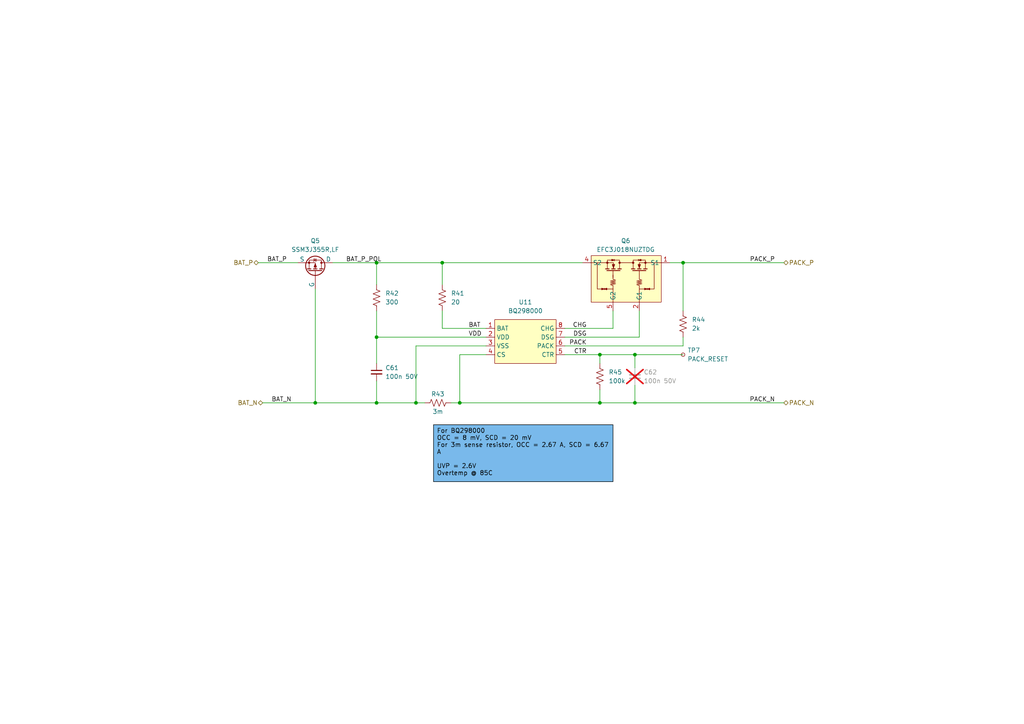
<source format=kicad_sch>
(kicad_sch (version 20250114) (generator "eeschema") (generator_version "9.0")
  (paper "A4")
  (title_block (date "2025-02-17") (rev "A"))
  (lib_symbols
    (symbol "DB:BQ298000RUGT"
      (property "Reference" "U" (at -8.255 7.62 0))
      (property "Value" "BQ298000" (at 1.905 -13.97 0))
      (symbol "BQ298000RUGT_1_1"
        (rectangle (start -8.89 6.35) (end 8.89 -6.35) (fill (type background)))
        (pin passive line (at -11.43 3.81 0) (length 2.54) (name "BAT") (number "1"))
        (pin passive line (at -11.43 1.27 0) (length 2.54) (name "VDD") (number "2"))
        (pin passive line (at -11.43 -1.27 0) (length 2.54) (name "VSS") (number "3"))
        (pin passive line (at -11.43 -3.81 0) (length 2.54) (name "CS") (number "4"))
        (pin passive line (at 11.43 3.81 180) (length 2.54) (name "CHG") (number "8"))
        (pin passive line (at 11.43 1.27 180) (length 2.54) (name "DSG") (number "7"))
        (pin passive line (at 11.43 -1.27 180) (length 2.54) (name "PACK") (number "6"))
        (pin passive line (at 11.43 -3.81 180) (length 2.54) (name "CTR") (number "5"))
      )
    )
    (symbol "DB:EFC3J018NUZTDG" (exclude_from_sim yes)
      (property "Reference" "Q" (at 0 0 0))
      (property "Value" "EFC3J018NUZTDG" (at 0 0 0))
      (symbol "EFC3J018NUZTDG_0_1"
        (polyline (pts (xy 2.54 -13.97) (xy 6.35 -13.97)))
        (polyline (pts (xy 6.096 -3.81) (xy 6.604 -3.81)))
        (polyline (pts (xy 6.096 -16.256) (xy 6.604 -16.256)))
        (polyline (pts (xy 6.35 -3.302) (xy 6.35 -1.778) (xy 13.97 -1.778) (xy 13.97 -4.318)))
        (polyline (pts (xy 6.35 -3.81) (xy 6.096 -4.572) (xy 6.604 -4.572) (xy 6.35 -3.81)) (fill (type outline)))
        (polyline (pts (xy 6.35 -3.81) (xy 6.604 -3.048) (xy 6.096 -3.048) (xy 6.35 -3.81)) (fill (type outline)))
        (polyline (pts (xy 6.35 -6.35) (xy 2.54 -6.35)))
        (polyline (pts (xy 6.35 -6.35) (xy 6.35 -4.318)))
        (polyline (pts (xy 6.35 -13.97) (xy 6.35 -15.494)))
        (polyline (pts (xy 6.35 -16.256) (xy 6.096 -17.018) (xy 6.604 -17.018) (xy 6.35 -16.256)) (fill (type outline)))
        (polyline (pts (xy 6.35 -16.256) (xy 6.604 -15.494) (xy 6.096 -15.494) (xy 6.35 -16.256)) (fill (type outline)))
        (polyline (pts (xy 6.35 -16.51) (xy 6.35 -18.288) (xy 13.97 -18.288) (xy 13.97 -16.256)))
        (polyline (pts (xy 7.366 -6.35) (xy 6.35 -6.35)))
        (polyline (pts (xy 7.366 -6.35) (xy 7.62 -5.588) (xy 7.874 -7.112) (xy 8.128 -5.588) (xy 8.382 -7.112) (xy 8.636 -5.588) (xy 8.89 -7.112) (xy 9.144 -6.35) (xy 10.414 -6.35)))
        (polyline (pts (xy 7.366 -13.97) (xy 6.35 -13.97)))
        (polyline (pts (xy 7.366 -13.97) (xy 7.62 -13.208) (xy 7.874 -14.732) (xy 8.128 -13.208) (xy 8.382 -14.732) (xy 8.636 -13.208) (xy 8.89 -14.732) (xy 9.144 -13.97) (xy 10.414 -13.97)))
        (polyline (pts (xy 11.684 -6.35) (xy 9.652 -6.35)))
        (polyline (pts (xy 11.684 -8.382) (xy 11.684 -4.572)) (stroke (width 0.254)))
        (polyline (pts (xy 11.684 -12.065) (xy 11.684 -15.875)) (stroke (width 0.254)))
        (polyline (pts (xy 11.684 -13.97) (xy 10.414 -13.97)))
        (polyline (pts (xy 12.192 -4.699) (xy 14.732 -4.699) (xy 14.732 -8.255) (xy 12.192 -8.255)))
        (polyline (pts (xy 12.192 -5.207) (xy 12.192 -4.191)) (stroke (width 0.254)))
        (polyline (pts (xy 12.192 -6.985) (xy 12.192 -5.969)) (stroke (width 0.254)))
        (polyline (pts (xy 12.192 -8.763) (xy 12.192 -7.747)) (stroke (width 0.254)))
        (polyline (pts (xy 12.192 -11.684) (xy 12.192 -12.7)) (stroke (width 0.254)))
        (polyline (pts (xy 12.192 -13.462) (xy 12.192 -14.478)) (stroke (width 0.254)))
        (polyline (pts (xy 12.192 -15.24) (xy 12.192 -16.256)) (stroke (width 0.254)))
        (polyline (pts (xy 12.192 -15.748) (xy 14.732 -15.748) (xy 14.732 -12.192) (xy 12.192 -12.192)))
        (polyline (pts (xy 12.446 -6.477) (xy 13.462 -6.858) (xy 13.462 -6.096) (xy 12.446 -6.477)) (fill (type outline)))
        (polyline (pts (xy 12.446 -13.97) (xy 13.462 -13.589) (xy 13.462 -14.351) (xy 12.446 -13.97)) (fill (type outline)))
        (polyline (pts (xy 13.97 -1.27) (xy 13.97 -2.286)))
        (polyline (pts (xy 13.97 -1.524) (xy 13.97 0.254)))
        (polyline (pts (xy 13.97 -3.937) (xy 13.97 -6.477) (xy 12.192 -6.477)))
        (circle (center 13.97 -4.699) (radius 0.254) (fill (type outline)))
        (circle (center 13.97 -8.255) (radius 0.254) (fill (type outline)))
        (polyline (pts (xy 13.97 -9.144) (xy 13.97 -8.255)))
        (polyline (pts (xy 13.97 -9.144) (xy 13.97 -11.43)))
        (polyline (pts (xy 13.97 -11.43) (xy 13.97 -12.192)))
        (circle (center 13.97 -12.192) (radius 0.254) (fill (type outline)))
        (circle (center 13.97 -15.748) (radius 0.254) (fill (type outline)))
        (polyline (pts (xy 13.97 -16.51) (xy 13.97 -13.97) (xy 12.192 -13.97)))
        (polyline (pts (xy 13.97 -19.558) (xy 13.97 -18.034)))
        (polyline (pts (xy 13.97 -20.32) (xy 13.97 -19.558)))
        (polyline (pts (xy 14.478 -6.731) (xy 14.986 -6.731)))
        (polyline (pts (xy 14.478 -13.716) (xy 14.986 -13.716)))
        (polyline (pts (xy 14.732 -6.731) (xy 14.478 -5.969) (xy 14.986 -5.969) (xy 14.732 -6.731)) (fill (type outline)))
        (polyline (pts (xy 14.732 -13.716) (xy 14.478 -14.478) (xy 14.986 -14.478) (xy 14.732 -13.716)) (fill (type outline)))
      )
      (symbol "EFC3J018NUZTDG_1_1"
        (rectangle (start 2.54 0) (end 16.002 -20.32) (fill (type background)))
        (pin input line (at 0 -6.35 0) (length 2.54) (name "G2") (number "5"))
        (pin input line (at 0 -13.97 0) (length 2.54) (name "G1") (number "2"))
        (pin passive line (at 13.97 2.54 270) (length 2.54) (name "S2") (number "4"))
        (pin passive line (at 13.97 2.54 270) (length 2.54) (hide yes) (name "S2") (number "6"))
        (pin passive line (at 13.97 -22.86 90) (length 2.54) (name "S1") (number "1"))
        (pin passive line (at 13.97 -22.86 90) (length 2.54) (hide yes) (name "S1") (number "3"))
      )
    )
    (symbol "DB:ERJ-2RKF2001X" (pin_numbers (hide yes)) (pin_names (offset 0)) (exclude_from_sim yes)
      (property "Reference" "R" (at 2.54 0 90))
      (property "Value" "2k" (at -2.54 0 90))
      (symbol "ERJ-2RKF2001X_0_1"
        (polyline (pts (xy 0 2.286) (xy 0 2.54)))
        (polyline (pts (xy 0 2.286) (xy 1.016 1.905) (xy 0 1.524) (xy -1.016 1.143) (xy 0 0.762)))
        (polyline (pts (xy 0 0.762) (xy 1.016 0.381) (xy 0 0) (xy -1.016 -0.381) (xy 0 -0.762)))
        (polyline (pts (xy 0 -0.762) (xy 1.016 -1.143) (xy 0 -1.524) (xy -1.016 -1.905) (xy 0 -2.286)))
        (polyline (pts (xy 0 -2.286) (xy 0 -2.54)))
      )
      (symbol "ERJ-2RKF2001X_1_1"
        (pin passive line (at 0 3.81 270) (length 1.27) (name "~") (number "1"))
        (pin passive line (at 0 -3.81 90) (length 1.27) (name "~") (number "2"))
      )
    )
    (symbol "DB:ERJ-2RKF20R0X" (pin_numbers (hide yes)) (pin_names (offset 0)) (exclude_from_sim yes)
      (property "Reference" "R" (at 2.54 0 90))
      (property "Value" "20" (at -2.54 0 90))
      (symbol "ERJ-2RKF20R0X_0_1"
        (polyline (pts (xy 0 2.286) (xy 0 2.54)))
        (polyline (pts (xy 0 2.286) (xy 1.016 1.905) (xy 0 1.524) (xy -1.016 1.143) (xy 0 0.762)))
        (polyline (pts (xy 0 0.762) (xy 1.016 0.381) (xy 0 0) (xy -1.016 -0.381) (xy 0 -0.762)))
        (polyline (pts (xy 0 -0.762) (xy 1.016 -1.143) (xy 0 -1.524) (xy -1.016 -1.905) (xy 0 -2.286)))
        (polyline (pts (xy 0 -2.286) (xy 0 -2.54)))
      )
      (symbol "ERJ-2RKF20R0X_1_1"
        (pin passive line (at 0 3.81 270) (length 1.27) (name "~") (number "1"))
        (pin passive line (at 0 -3.81 90) (length 1.27) (name "~") (number "2"))
      )
    )
    (symbol "DB:ERJ-2RKF3000X" (pin_numbers (hide yes)) (pin_names (offset 0)) (exclude_from_sim yes)
      (property "Reference" "R" (at 2.54 0 90))
      (property "Value" "300" (at -2.54 0 90))
      (symbol "ERJ-2RKF3000X_0_1"
        (polyline (pts (xy 0 2.286) (xy 0 2.54)))
        (polyline (pts (xy 0 2.286) (xy 1.016 1.905) (xy 0 1.524) (xy -1.016 1.143) (xy 0 0.762)))
        (polyline (pts (xy 0 0.762) (xy 1.016 0.381) (xy 0 0) (xy -1.016 -0.381) (xy 0 -0.762)))
        (polyline (pts (xy 0 -0.762) (xy 1.016 -1.143) (xy 0 -1.524) (xy -1.016 -1.905) (xy 0 -2.286)))
        (polyline (pts (xy 0 -2.286) (xy 0 -2.54)))
      )
      (symbol "ERJ-2RKF3000X_1_1"
        (pin passive line (at 0 3.81 270) (length 1.27) (name "~") (number "1"))
        (pin passive line (at 0 -3.81 90) (length 1.27) (name "~") (number "2"))
      )
    )
    (symbol "DB:GRM155R71H104KE14D" (pin_numbers (hide yes)) (pin_names (offset 0.254) (hide yes))
      (property "Reference" "C" (at 0.254 1.778 0))
      (property "Value" "100n 50V" (at 0.254 -2.032 0))
      (symbol "GRM155R71H104KE14D_0_1"
        (polyline (pts (xy -1.524 0.508) (xy 1.524 0.508)) (stroke (width 0.3048)))
        (polyline (pts (xy -1.524 -0.508) (xy 1.524 -0.508)) (stroke (width 0.3302)))
      )
      (symbol "GRM155R71H104KE14D_1_1"
        (pin passive line (at 0 2.54 270) (length 2.032) (name "~") (number "1"))
        (pin passive line (at 0 -2.54 90) (length 2.032) (name "~") (number "2"))
      )
    )
    (symbol "DB:PMR10EZPFV3L00" (pin_numbers (hide yes)) (pin_names (offset 0)) (exclude_from_sim yes)
      (property "Reference" "R" (at 2.54 0 90))
      (property "Value" "3m" (at -2.54 0 90))
      (symbol "PMR10EZPFV3L00_0_1"
        (polyline (pts (xy 0 2.286) (xy 0 2.54)))
        (polyline (pts (xy 0 2.286) (xy 1.016 1.905) (xy 0 1.524) (xy -1.016 1.143) (xy 0 0.762)))
        (polyline (pts (xy 0 0.762) (xy 1.016 0.381) (xy 0 0) (xy -1.016 -0.381) (xy 0 -0.762)))
        (polyline (pts (xy 0 -0.762) (xy 1.016 -1.143) (xy 0 -1.524) (xy -1.016 -1.905) (xy 0 -2.286)))
        (polyline (pts (xy 0 -2.286) (xy 0 -2.54)))
      )
      (symbol "PMR10EZPFV3L00_1_1"
        (pin passive line (at 0 3.81 270) (length 1.27) (name "~") (number "1"))
        (pin passive line (at 0 -3.81 90) (length 1.27) (name "~") (number "2"))
      )
    )
    (symbol "DB:RC0402FR-07100KL" (pin_numbers (hide yes)) (pin_names (offset 0)) (exclude_from_sim yes)
      (property "Reference" "R" (at 2.54 0 90))
      (property "Value" "100k" (at -2.54 0 90))
      (symbol "RC0402FR-07100KL_0_1"
        (polyline (pts (xy 0 2.286) (xy 0 2.54)))
        (polyline (pts (xy 0 2.286) (xy 1.016 1.905) (xy 0 1.524) (xy -1.016 1.143) (xy 0 0.762)))
        (polyline (pts (xy 0 0.762) (xy 1.016 0.381) (xy 0 0) (xy -1.016 -0.381) (xy 0 -0.762)))
        (polyline (pts (xy 0 -0.762) (xy 1.016 -1.143) (xy 0 -1.524) (xy -1.016 -1.905) (xy 0 -2.286)))
        (polyline (pts (xy 0 -2.286) (xy 0 -2.54)))
      )
      (symbol "RC0402FR-07100KL_1_1"
        (pin passive line (at 0 3.81 270) (length 1.27) (name "~") (number "1"))
        (pin passive line (at 0 -3.81 90) (length 1.27) (name "~") (number "2"))
      )
    )
    (symbol "DB:SSM3J355R,LF" (pin_numbers (hide yes)) (pin_names (offset 0)) (exclude_from_sim yes)
      (property "Reference" "Q" (at 5.08 1.27 0))
      (property "Value" "SSM3J355R,LF" (at 5.08 -1.27 0))
      (symbol "SSM3J355R,LF_0_1"
        (polyline (pts (xy 0.254 1.905) (xy 0.254 -1.905)) (stroke (width 0.254)))
        (polyline (pts (xy 0.254 0) (xy -2.54 0)))
        (polyline (pts (xy 0.762 2.286) (xy 0.762 1.27)) (stroke (width 0.254)))
        (polyline (pts (xy 0.762 1.778) (xy 3.302 1.778) (xy 3.302 -1.778) (xy 0.762 -1.778)))
        (polyline (pts (xy 0.762 0.508) (xy 0.762 -0.508)) (stroke (width 0.254)))
        (polyline (pts (xy 0.762 -1.27) (xy 0.762 -2.286)) (stroke (width 0.254)))
        (circle (center 1.651 0) (radius 2.794) (stroke (width 0.254)))
        (polyline (pts (xy 2.286 0) (xy 1.27 0.381) (xy 1.27 -0.381) (xy 2.286 0)) (fill (type outline)))
        (polyline (pts (xy 2.54 2.54) (xy 2.54 1.778)))
        (circle (center 2.54 1.778) (radius 0.254) (fill (type outline)))
        (circle (center 2.54 -1.778) (radius 0.254) (fill (type outline)))
        (polyline (pts (xy 2.54 -2.54) (xy 2.54 0) (xy 0.762 0)))
        (polyline (pts (xy 2.794 -0.508) (xy 2.921 -0.381) (xy 3.683 -0.381) (xy 3.81 -0.254)))
        (polyline (pts (xy 3.302 -0.381) (xy 2.921 0.254) (xy 3.683 0.254) (xy 3.302 -0.381)))
      )
      (symbol "SSM3J355R,LF_1_1"
        (pin input line (at -5.08 0 0) (length 2.54) (name "G") (number "2"))
        (pin passive line (at 2.54 5.08 270) (length 2.54) (name "D") (number "1"))
        (pin passive line (at 2.54 -5.08 90) (length 2.54) (name "S") (number "3"))
      )
    )
    (symbol "DB:Test Point, Small" (pin_numbers (hide yes)) (pin_names (offset 0.762) (hide yes)) (exclude_from_sim yes) (in_bom no)
      (property "Reference" "TP" (at 0 3.81 0))
      (property "Value" "TestPoint_Small" (at 0 2.032 0))
      (symbol "Test Point, Small_0_1"
        (circle (center 0 0) (radius 0.508))
      )
      (symbol "Test Point, Small_1_1"
        (pin passive line (at 0 0 90) (length 0) (name "1") (number "1"))
      )
    )
  )
  (text_box "For BQ298000\nOCC = 8 mV, SCD = 20 mV\nFor 3m sense resistor, OCC = 2.67 A, SCD = 6.67 A \n\nUVP = 2.6V\nOvertemp @ 85C" (at 125.73 123.19 0) (size 52.07 16.51) (margins 0.9525 0.9525 0.9525 0.9525) (stroke (width 0) (color 0 0 0 1)) (fill (type color) (color 76 163 228 0.7490196078)) (effects (font (size 1.27 1.27)) (justify left top)))
  (junction (at 109.22 116.84))
  (junction (at 91.44 116.84))
  (junction (at 109.22 97.79))
  (junction (at 133.35 116.84))
  (junction (at 184.15 102.87))
  (junction (at 173.99 116.84))
  (junction (at 128.27 76.2))
  (junction (at 120.65 116.84))
  (junction (at 109.22 76.2))
  (junction (at 184.15 116.84))
  (junction (at 173.99 102.87))
  (junction (at 198.12 76.2))
  (wire (pts (xy 198.12 76.2) (xy 227.33 76.2)))
  (wire (pts (xy 173.99 116.84) (xy 184.15 116.84)))
  (wire (pts (xy 128.27 95.25) (xy 140.97 95.25)))
  (wire (pts (xy 91.44 83.82) (xy 91.44 116.84)))
  (wire (pts (xy 194.31 76.2) (xy 198.12 76.2)))
  (wire (pts (xy 130.81 116.84) (xy 133.35 116.84)))
  (wire (pts (xy 184.15 102.87) (xy 184.15 106.68)))
  (wire (pts (xy 128.27 95.25) (xy 128.27 90.17)))
  (wire (pts (xy 163.83 100.33) (xy 198.12 100.33)))
  (wire (pts (xy 96.52 76.2) (xy 109.22 76.2)))
  (wire (pts (xy 109.22 76.2) (xy 109.22 82.55)))
  (wire (pts (xy 184.15 102.87) (xy 198.12 102.87)))
  (wire (pts (xy 163.83 95.25) (xy 177.8 95.25)))
  (wire (pts (xy 140.97 102.87) (xy 133.35 102.87)))
  (wire (pts (xy 109.22 116.84) (xy 120.65 116.84)))
  (wire (pts (xy 163.83 97.79) (xy 185.42 97.79)))
  (wire (pts (xy 109.22 76.2) (xy 128.27 76.2)))
  (wire (pts (xy 120.65 100.33) (xy 120.65 116.84)))
  (wire (pts (xy 198.12 100.33) (xy 198.12 97.79)))
  (wire (pts (xy 109.22 97.79) (xy 109.22 105.41)))
  (wire (pts (xy 198.12 76.2) (xy 198.12 90.17)))
  (wire (pts (xy 128.27 76.2) (xy 168.91 76.2)))
  (wire (pts (xy 91.44 116.84) (xy 109.22 116.84)))
  (wire (pts (xy 128.27 76.2) (xy 128.27 82.55)))
  (wire (pts (xy 173.99 113.03) (xy 173.99 116.84)))
  (wire (pts (xy 133.35 116.84) (xy 173.99 116.84)))
  (wire (pts (xy 120.65 100.33) (xy 140.97 100.33)))
  (wire (pts (xy 173.99 102.87) (xy 173.99 105.41)))
  (wire (pts (xy 109.22 97.79) (xy 140.97 97.79)))
  (wire (pts (xy 184.15 111.76) (xy 184.15 116.84)))
  (wire (pts (xy 163.83 102.87) (xy 173.99 102.87)))
  (wire (pts (xy 185.42 97.79) (xy 185.42 90.17)))
  (wire (pts (xy 184.15 116.84) (xy 227.33 116.84)))
  (wire (pts (xy 76.2 116.84) (xy 91.44 116.84)))
  (wire (pts (xy 109.22 97.79) (xy 109.22 90.17)))
  (wire (pts (xy 133.35 102.87) (xy 133.35 116.84)))
  (wire (pts (xy 74.93 76.2) (xy 86.36 76.2)))
  (wire (pts (xy 173.99 102.87) (xy 184.15 102.87)))
  (wire (pts (xy 177.8 95.25) (xy 177.8 90.17)))
  (wire (pts (xy 120.65 116.84) (xy 123.19 116.84)))
  (wire (pts (xy 109.22 110.49) (xy 109.22 116.84)))
  (label "BAT_P_POL" (at 100.33 76.2 0))
  (label "DSG" (at 170.18 97.79 180))
  (label "BAT_N" (at 78.74 116.84 0))
  (label "PACK_P" (at 224.79 76.2 180))
  (label "PACK_N" (at 224.79 116.84 180))
  (label "VDD" (at 135.89 97.79 0))
  (label "BAT" (at 135.89 95.25 0))
  (label "CHG" (at 170.18 95.25 180))
  (label "CTR" (at 170.18 102.87 180))
  (label "BAT_P" (at 77.47 76.2 0))
  (label "PACK" (at 170.18 100.33 180))
  (hierarchical_label "PACK_N" (shape bidirectional) (at 227.33 116.84 0))
  (hierarchical_label "BAT_P" (shape bidirectional) (at 74.93 76.2 180))
  (hierarchical_label "PACK_P" (shape bidirectional) (at 227.33 76.2 0))
  (hierarchical_label "BAT_N" (shape bidirectional) (at 76.2 116.84 180))
  (symbol (lib_id "DB:SSM3J355R,LF") (at 91.44 78.74 270) (mirror x) (unit 1) (exclude_from_sim yes)
    (property "Reference" "Q5" (at 91.44 69.85 90))
    (property "Value" "SSM3J355R,LF" (at 91.44 72.39 90))
    (property "Footprint" "footprints:SOT-23" (effects (hide yes)))
    (property "Datasheet" "http://parts.djgood.ca/en/part/63/info" (effects (hide yes)))
    (property "Description" "P-Channel 20 V 6A (Ta) 1W (Ta) Surface Mount SOT-23F" (effects (hide yes)))
    (property "Sim.Device" "PMOS" (effects (hide yes)))
    (property "Sim.Type" "VDMOS" (effects (hide yes)))
    (property "Sim.Pins" "1=D 2=G 3=S" (effects (hide yes)))
    (property "Category" "Transistors/FETs" (effects (hide yes)))
    (property "MPN" "SSM3J355R,LF" (effects (hide yes)))
    (property "Manufacturer" "Toshiba Semiconductor and Storage" (effects (hide yes)))
    (property "Manufacturing Status" "Active" (effects (hide yes)))
    (property "Part-DB Footprint" "SOT-23F" (effects (hide yes)))
    (property "Part-DB ID" "63" (effects (hide yes)))
  )
  (symbol (lib_id "DB:EFC3J018NUZTDG") (at 171.45 90.17 90) (unit 1) (exclude_from_sim yes)
    (property "Reference" "Q6" (at 181.483 69.85 90))
    (property "Value" "EFC3J018NUZTDG" (at 181.483 72.39 90))
    (property "Footprint" "footprints:ON_6-WLCSP_1.77x3.05" (effects (hide yes)))
    (property "Datasheet" "http://parts.djgood.ca/en/part/123/info" (effects (hide yes)))
    (property "Description" "Mosfet Array 20V 23A (Ta) 2.5W (Ta) Surface Mount 6-WLCSP (1.77x3.05)" (effects (hide yes)))
    (property "Category" "Transistors/FETs" (effects (hide yes)))
    (property "Manufacturer" "onsemi" (effects (hide yes)))
    (property "MPN" "EFC3J018NUZTDG" (effects (hide yes)))
    (property "Manufacturing Status" "Active" (effects (hide yes)))
    (property "Part-DB Footprint" "6-WLCSP (1.77x3.05)" (effects (hide yes)))
    (property "Part-DB ID" "123" (effects (hide yes)))
  )
  (symbol (lib_id "DB:ERJ-2RKF20R0X") (at 128.27 86.36 0) (unit 1) (exclude_from_sim yes)
    (property "Reference" "R41" (at 130.81 85.09 0) (effects (justify left)))
    (property "Value" "20" (at 130.81 87.63 0) (effects (justify left)))
    (property "Footprint" "footprints:R_0402_1005Metric" (effects (hide yes)))
    (property "Datasheet" "http://parts.djgood.ca/en/part/138/info" (effects (hide yes)))
    (property "Description" "20 Ohms ±1% 0.1W, 1/10W Chip Resistor 0402 (1005 Metric) Automotive AEC-Q200 Thick Film" (effects (hide yes)))
    (property "Category" "Resistors/Thick Film" (effects (hide yes)))
    (property "Manufacturer" "Panasonic Electronic Components" (effects (hide yes)))
    (property "MPN" "ERJ-2RKF20R0X" (effects (hide yes)))
    (property "Manufacturing Status" "Active" (effects (hide yes)))
    (property "Part-DB Footprint" "0402" (effects (hide yes)))
    (property "Part-DB ID" "138" (effects (hide yes)))
  )
  (symbol (lib_id "DB:BQ298000RUGT") (at 152.4 99.06 0) (unit 1)
    (property "Reference" "U11" (at 152.4 87.63 0))
    (property "Value" "BQ298000" (at 152.4 90.17 0))
    (property "Footprint" "footprints:TI_X2QFN-8" (effects (hide yes)))
    (property "Datasheet" "http://parts.djgood.ca/en/part/137/info" (effects (hide yes)))
    (property "Description" "Battery Battery Protection IC Lithium Ion/Polymer 8-X2QFN (1.5x1.5)" (effects (hide yes)))
    (property "Category" "Integrated Circuits/PMIC" (effects (hide yes)))
    (property "Manufacturer" "Texas Instruments" (effects (hide yes)))
    (property "MPN" "BQ298000RUGT" (effects (hide yes)))
    (property "Manufacturing Status" "Active" (effects (hide yes)))
    (property "Part-DB Footprint" "8-X2QFN (1.5x1.5)" (effects (hide yes)))
    (property "Part-DB ID" "137" (effects (hide yes)))
  )
  (symbol (lib_id "DB:ERJ-2RKF3000X") (at 109.22 86.36 0) (unit 1) (exclude_from_sim yes)
    (property "Reference" "R42" (at 111.76 85.09 0) (effects (justify left)))
    (property "Value" "300" (at 111.76 87.63 0) (effects (justify left)))
    (property "Footprint" "footprints:R_0402_1005Metric" (effects (hide yes)))
    (property "Datasheet" "http://parts.djgood.ca/en/part/141/info" (effects (hide yes)))
    (property "Description" "300 Ohms ±1% 0.1W, 1/10W Chip Resistor 0402 (1005 Metric) Automotive AEC-Q200 Thick Film" (effects (hide yes)))
    (property "Category" "Resistors/Thick Film" (effects (hide yes)))
    (property "Manufacturer" "Panasonic Electronic Components" (effects (hide yes)))
    (property "MPN" "ERJ-2RKF3000X" (effects (hide yes)))
    (property "Manufacturing Status" "Active" (effects (hide yes)))
    (property "Part-DB Footprint" "0402" (effects (hide yes)))
    (property "Part-DB ID" "141" (effects (hide yes)))
  )
  (symbol (lib_id "DB:PMR10EZPFV3L00") (at 127 116.84 270) (unit 1) (exclude_from_sim yes)
    (property "Reference" "R43" (at 127 114.3 90))
    (property "Value" "3m" (at 127 119.38 90))
    (property "Footprint" "footprints:R_0805_2012Metric" (effects (hide yes)))
    (property "Datasheet" "http://parts.djgood.ca/en/part/143/info" (effects (hide yes)))
    (property "Description" "3 mOhms ±1% 0.5W, 1/2W Chip Resistor 0805 (2012 Metric) Automotive AEC-Q200, Current Sense Metal Element" (effects (hide yes)))
    (property "Category" "Resistors/Thick Film" (effects (hide yes)))
    (property "Manufacturer" "Rohm Semiconductor" (effects (hide yes)))
    (property "MPN" "PMR10EZPFV3L00" (effects (hide yes)))
    (property "Manufacturing Status" "Active" (effects (hide yes)))
    (property "Part-DB Footprint" "0805" (effects (hide yes)))
    (property "Part-DB ID" "143" (effects (hide yes)))
  )
  (symbol (lib_id "DB:Test Point, Small") (at 198.12 102.87 0) (unit 1) (exclude_from_sim yes) (in_bom no)
    (property "Reference" "TP7" (at 199.39 101.6 0) (effects (justify left)))
    (property "Value" "PACK_RESET" (at 199.39 104.14 0) (effects (justify left)))
    (property "Footprint" "footprints:TestPoint_Pad_1.0x1.0mm" (effects (hide yes)))
    (property "Datasheet" "http://parts.djgood.ca/en/part/144/info" (effects (hide yes)))
    (property "Category" "Connectors/Test Points" (effects (hide yes)))
    (property "Part-DB ID" "144" (effects (hide yes)))
  )
  (symbol (lib_id "DB:RC0402FR-07100KL") (at 173.99 109.22 0) (unit 1) (exclude_from_sim yes)
    (property "Reference" "R45" (at 176.53 107.95 0) (effects (justify left)))
    (property "Value" "100k" (at 176.53 110.49 0) (effects (justify left)))
    (property "Footprint" "footprints:R_0402_1005Metric" (effects (hide yes)))
    (property "Datasheet" "http://parts.djgood.ca/en/part/96/info" (effects (hide yes)))
    (property "Description" "100 kOhms ±1% 0.063W, 1/16W Chip Resistor 0402 (1005 Metric) Moisture Resistant Thick Film" (effects (hide yes)))
    (property "Category" "Resistors/Thick Film" (effects (hide yes)))
    (property "Manufacturer" "YAGEO" (effects (hide yes)))
    (property "MPN" "RC0402FR-07100KL" (effects (hide yes)))
    (property "Manufacturing Status" "Active" (effects (hide yes)))
    (property "Part-DB Footprint" "0402" (effects (hide yes)))
    (property "Part-DB ID" "96" (effects (hide yes)))
  )
  (symbol (lib_id "DB:GRM155R71H104KE14D") (at 109.22 107.95 0) (unit 1)
    (property "Reference" "C61" (at 111.76 106.6863 0) (effects (justify left)))
    (property "Value" "100n 50V" (at 111.76 109.2263 0) (effects (justify left)))
    (property "Footprint" "footprints:C_0402_1005Metric" (effects (hide yes)))
    (property "Datasheet" "http://parts.djgood.ca/en/part/132/info" (effects (hide yes)))
    (property "Description" "0.1 µF ±10% 50V Ceramic Capacitor X7R 0402 (1005 Metric)" (effects (hide yes)))
    (property "Category" "Capacitors/Ceramic Capacitors" (effects (hide yes)))
    (property "Manufacturer" "Murata Electronics" (effects (hide yes)))
    (property "MPN" "GRM155R71H104KE14D" (effects (hide yes)))
    (property "Manufacturing Status" "Active" (effects (hide yes)))
    (property "Part-DB ID" "132" (effects (hide yes)))
  )
  (symbol (lib_id "DB:GRM155R71H104KE14D") (at 184.15 109.22 180) (unit 1) (dnp yes)
    (property "Reference" "C62" (at 186.69 107.9436 0) (effects (justify right)))
    (property "Value" "100n 50V" (at 186.69 110.4836 0) (effects (justify right)))
    (property "Footprint" "footprints:C_0402_1005Metric" (effects (hide yes)))
    (property "Datasheet" "http://parts.djgood.ca/en/part/132/info" (effects (hide yes)))
    (property "Description" "0.1 µF ±10% 50V Ceramic Capacitor X7R 0402 (1005 Metric)" (effects (hide yes)))
    (property "Category" "Capacitors/Ceramic Capacitors" (effects (hide yes)))
    (property "Manufacturer" "Murata Electronics" (effects (hide yes)))
    (property "MPN" "GRM155R71H104KE14D" (effects (hide yes)))
    (property "Manufacturing Status" "Active" (effects (hide yes)))
    (property "Part-DB ID" "132" (effects (hide yes)))
  )
  (symbol (lib_id "DB:ERJ-2RKF2001X") (at 198.12 93.98 0) (unit 1) (exclude_from_sim yes)
    (property "Reference" "R44" (at 200.66 92.71 0) (effects (justify left)))
    (property "Value" "2k" (at 200.66 95.25 0) (effects (justify left)))
    (property "Footprint" "footprints:R_0402_1005Metric" (effects (hide yes)))
    (property "Datasheet" "http://parts.djgood.ca/en/part/140/info" (effects (hide yes)))
    (property "Description" "2 kOhms ±1% 0.1W, 1/10W Chip Resistor 0402 (1005 Metric) Automotive AEC-Q200 Thick Film" (effects (hide yes)))
    (property "Category" "Resistors/Thick Film" (effects (hide yes)))
    (property "Manufacturer" "Panasonic Electronic Components" (effects (hide yes)))
    (property "MPN" "ERJ-2RKF2001X" (effects (hide yes)))
    (property "Manufacturing Status" "Active" (effects (hide yes)))
    (property "Part-DB Footprint" "0402" (effects (hide yes)))
    (property "Part-DB ID" "140" (effects (hide yes)))
  )
)
</source>
